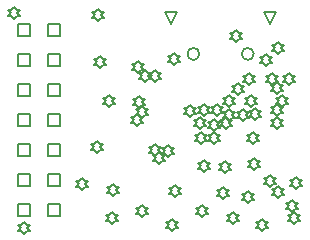
<source format=gbr>
%TF.GenerationSoftware,Altium Limited,Altium Designer,23.4.1 (23)*%
G04 Layer_Color=2752767*
%FSLAX45Y45*%
%MOMM*%
%TF.SameCoordinates,BE90727D-E02D-4F4F-8BF8-4A0540FFC0C0*%
%TF.FilePolarity,Positive*%
%TF.FileFunction,Drawing*%
%TF.Part,Single*%
G01*
G75*
%TA.AperFunction,NonConductor*%
%ADD83C,0.12700*%
%ADD84C,0.16933*%
D83*
X2285000Y1809200D02*
X2234200Y1910800D01*
X2335800D01*
X2285000Y1809200D01*
X1450000D02*
X1399200Y1910800D01*
X1500800D01*
X1450000Y1809200D01*
X149200Y1709200D02*
Y1810800D01*
X250800D01*
Y1709200D01*
X149200D01*
Y1455200D02*
Y1556800D01*
X250800D01*
Y1455200D01*
X149200D01*
Y1201200D02*
Y1302800D01*
X250800D01*
Y1201200D01*
X149200D01*
Y947200D02*
Y1048800D01*
X250800D01*
Y947200D01*
X149200D01*
Y693200D02*
Y794800D01*
X250800D01*
Y693200D01*
X149200D01*
Y439200D02*
Y540800D01*
X250800D01*
Y439200D01*
X149200D01*
Y185200D02*
Y286800D01*
X250800D01*
Y185200D01*
X149200D01*
X403200Y1709200D02*
Y1810800D01*
X504800D01*
Y1709200D01*
X403200D01*
Y1455200D02*
Y1556800D01*
X504800D01*
Y1455200D01*
X403200D01*
Y1201200D02*
Y1302800D01*
X504800D01*
Y1201200D01*
X403200D01*
Y947200D02*
Y1048800D01*
X504800D01*
Y947200D01*
X403200D01*
Y693200D02*
Y794800D01*
X504800D01*
Y693200D01*
X403200D01*
Y439200D02*
Y540800D01*
X504800D01*
Y439200D01*
X403200D01*
Y185200D02*
Y286800D01*
X504800D01*
Y185200D01*
X403200D01*
X2450000Y1299200D02*
X2475400Y1324600D01*
X2500800D01*
X2475400Y1350000D01*
X2500800Y1375400D01*
X2475400D01*
X2450000Y1400800D01*
X2424600Y1375400D01*
X2399200D01*
X2424600Y1350000D01*
X2399200Y1324600D01*
X2424600D01*
X2450000Y1299200D01*
X2510000Y419200D02*
X2535400Y444600D01*
X2560800D01*
X2535400Y470000D01*
X2560800Y495400D01*
X2535400D01*
X2510000Y520800D01*
X2484600Y495400D01*
X2459200D01*
X2484600Y470000D01*
X2459200Y444600D01*
X2484600D01*
X2510000Y419200D01*
X200000Y39200D02*
X225400Y64600D01*
X250800D01*
X225400Y90000D01*
X250800Y115400D01*
X225400D01*
X200000Y140800D01*
X174600Y115400D01*
X149200D01*
X174600Y90000D01*
X149200Y64600D01*
X174600D01*
X200000Y39200D01*
X2300000Y1299200D02*
X2325400Y1324600D01*
X2350800D01*
X2325400Y1350000D01*
X2350800Y1375400D01*
X2325400D01*
X2300000Y1400800D01*
X2274600Y1375400D01*
X2249200D01*
X2274600Y1350000D01*
X2249200Y1324600D01*
X2274600D01*
X2300000Y1299200D01*
X2350000Y1559200D02*
X2375400Y1584600D01*
X2400800D01*
X2375400Y1610000D01*
X2400800Y1635400D01*
X2375400D01*
X2350000Y1660800D01*
X2324600Y1635400D01*
X2299200D01*
X2324600Y1610000D01*
X2299200Y1584600D01*
X2324600D01*
X2350000Y1559200D01*
X2110000Y1299200D02*
X2135400Y1324600D01*
X2160800D01*
X2135400Y1350000D01*
X2160800Y1375400D01*
X2135400D01*
X2110000Y1400800D01*
X2084600Y1375400D01*
X2059200D01*
X2084600Y1350000D01*
X2059200Y1324600D01*
X2084600D01*
X2110000Y1299200D01*
X2000000Y1659200D02*
X2025400Y1684600D01*
X2050800D01*
X2025400Y1710000D01*
X2050800Y1735400D01*
X2025400D01*
X2000000Y1760800D01*
X1974600Y1735400D01*
X1949200D01*
X1974600Y1710000D01*
X1949200Y1684600D01*
X1974600D01*
X2000000Y1659200D01*
X2347500Y1219595D02*
X2372900Y1244995D01*
X2398300D01*
X2372900Y1270395D01*
X2398300Y1295795D01*
X2372900D01*
X2347500Y1321195D01*
X2322100Y1295795D01*
X2296700D01*
X2322100Y1270395D01*
X2296700Y1244995D01*
X2322100D01*
X2347500Y1219595D01*
X695000Y409200D02*
X720400Y434600D01*
X745800D01*
X720400Y460000D01*
X745800Y485400D01*
X720400D01*
X695000Y510800D01*
X669600Y485400D01*
X644200D01*
X669600Y460000D01*
X644200Y434600D01*
X669600D01*
X695000Y409200D01*
X120000Y1859200D02*
X145400Y1884600D01*
X170800D01*
X145400Y1910000D01*
X170800Y1935400D01*
X145400D01*
X120000Y1960800D01*
X94600Y1935400D01*
X69200D01*
X94600Y1910000D01*
X69200Y1884600D01*
X94600D01*
X120000Y1859200D01*
X1160000Y949200D02*
X1185400Y974600D01*
X1210800D01*
X1185400Y1000000D01*
X1210800Y1025400D01*
X1185400D01*
X1160000Y1050800D01*
X1134600Y1025400D01*
X1109200D01*
X1134600Y1000000D01*
X1109200Y974600D01*
X1134600D01*
X1160000Y949200D01*
X1180000Y1099200D02*
X1205400Y1124600D01*
X1230800D01*
X1205400Y1150000D01*
X1230800Y1175400D01*
X1205400D01*
X1180000Y1200800D01*
X1154600Y1175400D01*
X1129200D01*
X1154600Y1150000D01*
X1129200Y1124600D01*
X1154600D01*
X1180000Y1099200D01*
X1200000Y1019200D02*
X1225400Y1044600D01*
X1250800D01*
X1225400Y1070000D01*
X1250800Y1095400D01*
X1225400D01*
X1200000Y1120800D01*
X1174600Y1095400D01*
X1149200D01*
X1174600Y1070000D01*
X1149200Y1044600D01*
X1174600D01*
X1200000Y1019200D01*
X1308397Y691603D02*
X1333797Y717003D01*
X1359197D01*
X1333797Y742403D01*
X1359197Y767803D01*
X1333797D01*
X1308397Y793203D01*
X1282997Y767803D01*
X1257597D01*
X1282997Y742403D01*
X1257597Y717003D01*
X1282997D01*
X1308397Y691603D01*
X1350000Y629200D02*
X1375400Y654600D01*
X1400800D01*
X1375400Y680000D01*
X1400800Y705400D01*
X1375400D01*
X1350000Y730800D01*
X1324600Y705400D01*
X1299200D01*
X1324600Y680000D01*
X1299200Y654600D01*
X1324600D01*
X1350000Y629200D01*
X1420000Y689200D02*
X1445400Y714600D01*
X1470800D01*
X1445400Y740000D01*
X1470800Y765400D01*
X1445400D01*
X1420000Y790800D01*
X1394600Y765400D01*
X1369200D01*
X1394600Y740000D01*
X1369200Y714600D01*
X1394600D01*
X1420000Y689200D01*
X920000Y1109200D02*
X945400Y1134600D01*
X970800D01*
X945400Y1160000D01*
X970800Y1185400D01*
X945400D01*
X920000Y1210800D01*
X894600Y1185400D01*
X869200D01*
X894600Y1160000D01*
X869200Y1134600D01*
X894600D01*
X920000Y1109200D01*
X960000Y359200D02*
X985400Y384600D01*
X1010800D01*
X985400Y410000D01*
X1010800Y435400D01*
X985400D01*
X960000Y460800D01*
X934600Y435400D01*
X909200D01*
X934600Y410000D01*
X909200Y384600D01*
X934600D01*
X960000Y359200D01*
X2017965Y1214332D02*
X2043365Y1239732D01*
X2068765D01*
X2043365Y1265132D01*
X2068765Y1290532D01*
X2043365D01*
X2017965Y1315932D01*
X1992565Y1290532D01*
X1967165D01*
X1992565Y1265132D01*
X1967165Y1239732D01*
X1992565D01*
X2017965Y1214332D01*
X820000Y721700D02*
X845400Y747100D01*
X870800D01*
X845400Y772500D01*
X870800Y797900D01*
X845400D01*
X820000Y823300D01*
X794600Y797900D01*
X769200D01*
X794600Y772500D01*
X769200Y747100D01*
X794600D01*
X820000Y721700D01*
X850000Y1439200D02*
X875400Y1464600D01*
X900800D01*
X875400Y1490000D01*
X900800Y1515400D01*
X875400D01*
X850000Y1540800D01*
X824600Y1515400D01*
X799200D01*
X824600Y1490000D01*
X799200Y1464600D01*
X824600D01*
X850000Y1439200D01*
X1689882Y921391D02*
X1715282Y946791D01*
X1740682D01*
X1715282Y972191D01*
X1740682Y997591D01*
X1715282D01*
X1689882Y1022991D01*
X1664482Y997591D01*
X1639082D01*
X1664482Y972191D01*
X1639082Y946791D01*
X1664482D01*
X1689882Y921391D01*
X2128175Y1107701D02*
X2153575Y1133101D01*
X2178975D01*
X2153575Y1158501D01*
X2178975Y1183901D01*
X2153575D01*
X2128175Y1209301D01*
X2102775Y1183901D01*
X2077375D01*
X2102775Y1158501D01*
X2077375Y1133101D01*
X2102775D01*
X2128175Y1107701D01*
X1605053Y1023322D02*
X1630453Y1048722D01*
X1655853D01*
X1630453Y1074122D01*
X1655853Y1099522D01*
X1630453D01*
X1605053Y1124922D01*
X1579653Y1099522D01*
X1554253D01*
X1579653Y1074122D01*
X1554253Y1048722D01*
X1579653D01*
X1605053Y1023322D01*
X1724883Y1032407D02*
X1750283Y1057807D01*
X1775683D01*
X1750283Y1083207D01*
X1775683Y1108607D01*
X1750283D01*
X1724883Y1134007D01*
X1699483Y1108607D01*
X1674083D01*
X1699483Y1083207D01*
X1674083Y1057807D01*
X1699483D01*
X1724883Y1032407D01*
X1833416Y1030934D02*
X1858816Y1056334D01*
X1884216D01*
X1858816Y1081734D01*
X1884216Y1107134D01*
X1858816D01*
X1833416Y1132534D01*
X1808016Y1107134D01*
X1782616D01*
X1808016Y1081734D01*
X1782616Y1056334D01*
X1808016D01*
X1833416Y1030934D01*
X1937841Y1110042D02*
X1963241Y1135442D01*
X1988641D01*
X1963241Y1160842D01*
X1988641Y1186242D01*
X1963241D01*
X1937841Y1211642D01*
X1912441Y1186242D01*
X1887041D01*
X1912441Y1160842D01*
X1887041Y1135442D01*
X1912441D01*
X1937841Y1110042D01*
X1940477Y995819D02*
X1965877Y1021219D01*
X1991277D01*
X1965877Y1046619D01*
X1991277Y1072019D01*
X1965877D01*
X1940477Y1097419D01*
X1915077Y1072019D01*
X1889677D01*
X1915077Y1046619D01*
X1889677Y1021219D01*
X1915077D01*
X1940477Y995819D01*
X1911993Y920435D02*
X1937393Y945835D01*
X1962793D01*
X1937393Y971235D01*
X1962793Y996635D01*
X1937393D01*
X1911993Y1022035D01*
X1886593Y996635D01*
X1861193D01*
X1886593Y971235D01*
X1861193Y945835D01*
X1886593D01*
X1911993Y920435D01*
X2060000Y994200D02*
X2085400Y1019600D01*
X2110800D01*
X2085400Y1045000D01*
X2110800Y1070400D01*
X2085400D01*
X2060000Y1095800D01*
X2034600Y1070400D01*
X2009200D01*
X2034600Y1045000D01*
X2009200Y1019600D01*
X2034600D01*
X2060000Y994200D01*
X2384267Y1109248D02*
X2409667Y1134648D01*
X2435067D01*
X2409667Y1160048D01*
X2435067Y1185448D01*
X2409667D01*
X2384267Y1210848D01*
X2358867Y1185448D01*
X2333467D01*
X2358867Y1160048D01*
X2333467Y1134648D01*
X2358867D01*
X2384267Y1109248D01*
X2347943Y1034659D02*
X2373343Y1060059D01*
X2398743D01*
X2373343Y1085459D01*
X2398743Y1110859D01*
X2373343D01*
X2347943Y1136259D01*
X2322543Y1110859D01*
X2297143D01*
X2322543Y1085459D01*
X2297143Y1060059D01*
X2322543D01*
X2347943Y1034659D01*
X2159996Y999198D02*
X2185396Y1024598D01*
X2210796D01*
X2185396Y1049998D01*
X2210796Y1075398D01*
X2185396D01*
X2159996Y1100798D01*
X2134596Y1075398D01*
X2109196D01*
X2134596Y1049998D01*
X2109196Y1024598D01*
X2134596D01*
X2159996Y999198D01*
X2349566Y925942D02*
X2374966Y951342D01*
X2400366D01*
X2374966Y976742D01*
X2400366Y1002142D01*
X2374966D01*
X2349566Y1027542D01*
X2324166Y1002142D01*
X2298766D01*
X2324166Y976742D01*
X2298766Y951342D01*
X2324166D01*
X2349566Y925942D01*
X2100000Y299200D02*
X2125400Y324600D01*
X2150800D01*
X2125400Y350000D01*
X2150800Y375400D01*
X2125400D01*
X2100000Y400800D01*
X2074600Y375400D01*
X2049200D01*
X2074600Y350000D01*
X2049200Y324600D01*
X2074600D01*
X2100000Y299200D01*
X1724616Y559756D02*
X1750016Y585156D01*
X1775416D01*
X1750016Y610556D01*
X1775416Y635956D01*
X1750016D01*
X1724616Y661356D01*
X1699216Y635956D01*
X1673816D01*
X1699216Y610556D01*
X1673816Y585156D01*
X1699216D01*
X1724616Y559756D01*
X1905461Y555213D02*
X1930861Y580613D01*
X1956261D01*
X1930861Y606013D01*
X1956261Y631413D01*
X1930861D01*
X1905461Y656813D01*
X1880061Y631413D01*
X1854661D01*
X1880061Y606013D01*
X1854661Y580613D01*
X1880061D01*
X1905461Y555213D01*
X1460000Y59200D02*
X1485400Y84600D01*
X1510800D01*
X1485400Y110000D01*
X1510800Y135400D01*
X1485400D01*
X1460000Y160800D01*
X1434600Y135400D01*
X1409200D01*
X1434600Y110000D01*
X1409200Y84600D01*
X1434600D01*
X1460000Y59200D01*
X1200000Y179200D02*
X1225400Y204600D01*
X1250800D01*
X1225400Y230000D01*
X1250800Y255400D01*
X1225400D01*
X1200000Y280800D01*
X1174600Y255400D01*
X1149200D01*
X1174600Y230000D01*
X1149200Y204600D01*
X1174600D01*
X1200000Y179200D01*
X950000Y119200D02*
X975400Y144600D01*
X1000800D01*
X975400Y170000D01*
X1000800Y195400D01*
X975400D01*
X950000Y220800D01*
X924600Y195400D01*
X899200D01*
X924600Y170000D01*
X899200Y144600D01*
X924600D01*
X950000Y119200D01*
X1811065Y794201D02*
X1836465Y819601D01*
X1861865D01*
X1836465Y845001D01*
X1861865Y870401D01*
X1836465D01*
X1811065Y895801D01*
X1785665Y870401D01*
X1760265D01*
X1785665Y845001D01*
X1760265Y819601D01*
X1785665D01*
X1811065Y794201D01*
X1810000Y909200D02*
X1835400Y934600D01*
X1860800D01*
X1835400Y960000D01*
X1860800Y985400D01*
X1835400D01*
X1810000Y1010800D01*
X1784600Y985400D01*
X1759200D01*
X1784600Y960000D01*
X1759200Y934600D01*
X1784600D01*
X1810000Y909200D01*
X1702160Y793106D02*
X1727560Y818506D01*
X1752960D01*
X1727560Y843906D01*
X1752960Y869306D01*
X1727560D01*
X1702160Y894706D01*
X1676760Y869306D01*
X1651360D01*
X1676760Y843906D01*
X1651360Y818506D01*
X1676760D01*
X1702160Y793106D01*
X2290000Y429200D02*
X2315400Y454600D01*
X2340800D01*
X2315400Y480000D01*
X2340800Y505400D01*
X2315400D01*
X2290000Y530800D01*
X2264600Y505400D01*
X2239200D01*
X2264600Y480000D01*
X2239200Y454600D01*
X2264600D01*
X2290000Y429200D01*
X2350000Y339200D02*
X2375400Y364600D01*
X2400800D01*
X2375400Y390000D01*
X2400800Y415400D01*
X2375400D01*
X2350000Y440800D01*
X2324600Y415400D01*
X2299200D01*
X2324600Y390000D01*
X2299200Y364600D01*
X2324600D01*
X2350000Y339200D01*
X2250000Y1459200D02*
X2275400Y1484600D01*
X2300800D01*
X2275400Y1510000D01*
X2300800Y1535400D01*
X2275400D01*
X2250000Y1560800D01*
X2224600Y1535400D01*
X2199200D01*
X2224600Y1510000D01*
X2199200Y1484600D01*
X2224600D01*
X2250000Y1459200D01*
X1229998Y1319197D02*
X1255398Y1344597D01*
X1280798D01*
X1255398Y1369997D01*
X1280798Y1395397D01*
X1255398D01*
X1229998Y1420797D01*
X1204598Y1395397D01*
X1179198D01*
X1204598Y1369997D01*
X1179198Y1344597D01*
X1204598D01*
X1229998Y1319197D01*
X1310000Y1319200D02*
X1335400Y1344600D01*
X1360800D01*
X1335400Y1370000D01*
X1360800Y1395400D01*
X1335400D01*
X1310000Y1420800D01*
X1284600Y1395400D01*
X1259200D01*
X1284600Y1370000D01*
X1259200Y1344600D01*
X1284600D01*
X1310000Y1319200D01*
X1170000Y1399200D02*
X1195400Y1424600D01*
X1220800D01*
X1195400Y1450000D01*
X1220800Y1475400D01*
X1195400D01*
X1170000Y1500800D01*
X1144600Y1475400D01*
X1119200D01*
X1144600Y1450000D01*
X1119200Y1424600D01*
X1144600D01*
X1170000Y1399200D01*
X2148934Y574200D02*
X2174334Y599600D01*
X2199734D01*
X2174334Y625000D01*
X2199734Y650400D01*
X2174334D01*
X2148934Y675800D01*
X2123534Y650400D01*
X2098134D01*
X2123534Y625000D01*
X2098134Y599600D01*
X2123534D01*
X2148934Y574200D01*
X1890000Y329200D02*
X1915400Y354600D01*
X1940800D01*
X1915400Y380000D01*
X1940800Y405400D01*
X1915400D01*
X1890000Y430800D01*
X1864600Y405400D01*
X1839200D01*
X1864600Y380000D01*
X1839200Y354600D01*
X1864600D01*
X1890000Y329200D01*
X1480000Y349200D02*
X1505400Y374600D01*
X1530800D01*
X1505400Y400000D01*
X1530800Y425400D01*
X1505400D01*
X1480000Y450800D01*
X1454600Y425400D01*
X1429200D01*
X1454600Y400000D01*
X1429200Y374600D01*
X1454600D01*
X1480000Y349200D01*
X2490000Y119200D02*
X2515400Y144600D01*
X2540800D01*
X2515400Y170000D01*
X2540800Y195400D01*
X2515400D01*
X2490000Y220800D01*
X2464600Y195400D01*
X2439200D01*
X2464600Y170000D01*
X2439200Y144600D01*
X2464600D01*
X2490000Y119200D01*
X1470000Y1469200D02*
X1495400Y1494600D01*
X1520800D01*
X1495400Y1520000D01*
X1520800Y1545400D01*
X1495400D01*
X1470000Y1570800D01*
X1444600Y1545400D01*
X1419200D01*
X1444600Y1520000D01*
X1419200Y1494600D01*
X1444600D01*
X1470000Y1469200D01*
X830000Y1839200D02*
X855400Y1864600D01*
X880800D01*
X855400Y1890000D01*
X880800Y1915400D01*
X855400D01*
X830000Y1940800D01*
X804600Y1915400D01*
X779200D01*
X804600Y1890000D01*
X779200Y1864600D01*
X804600D01*
X830000Y1839200D01*
X1970000Y119200D02*
X1995400Y144600D01*
X2020800D01*
X1995400Y170000D01*
X2020800Y195400D01*
X1995400D01*
X1970000Y220800D01*
X1944600Y195400D01*
X1919200D01*
X1944600Y170000D01*
X1919200Y144600D01*
X1944600D01*
X1970000Y119200D01*
X1710000Y179200D02*
X1735400Y204600D01*
X1760800D01*
X1735400Y230000D01*
X1760800Y255400D01*
X1735400D01*
X1710000Y280800D01*
X1684600Y255400D01*
X1659200D01*
X1684600Y230000D01*
X1659200Y204600D01*
X1684600D01*
X1710000Y179200D01*
X2220000Y59200D02*
X2245400Y84600D01*
X2270800D01*
X2245400Y110000D01*
X2270800Y135400D01*
X2245400D01*
X2220000Y160800D01*
X2194600Y135400D01*
X2169200D01*
X2194600Y110000D01*
X2169200Y84600D01*
X2194600D01*
X2220000Y59200D01*
X2470000Y219200D02*
X2495400Y244600D01*
X2520800D01*
X2495400Y270000D01*
X2520800Y295400D01*
X2495400D01*
X2470000Y320800D01*
X2444600Y295400D01*
X2419200D01*
X2444600Y270000D01*
X2419200Y244600D01*
X2444600D01*
X2470000Y219200D01*
X2140000Y799200D02*
X2165400Y824600D01*
X2190800D01*
X2165400Y850000D01*
X2190800Y875400D01*
X2165400D01*
X2140000Y900800D01*
X2114600Y875400D01*
X2089200D01*
X2114600Y850000D01*
X2089200Y824600D01*
X2114600D01*
X2140000Y799200D01*
D84*
X2148300Y1560000D02*
G03*
X2148300Y1560000I-50800J0D01*
G01*
X1688300D02*
G03*
X1688300Y1560000I-50800J0D01*
G01*
%TF.MD5,66cecb0ffb2929d1e3712f2316471145*%
M02*

</source>
